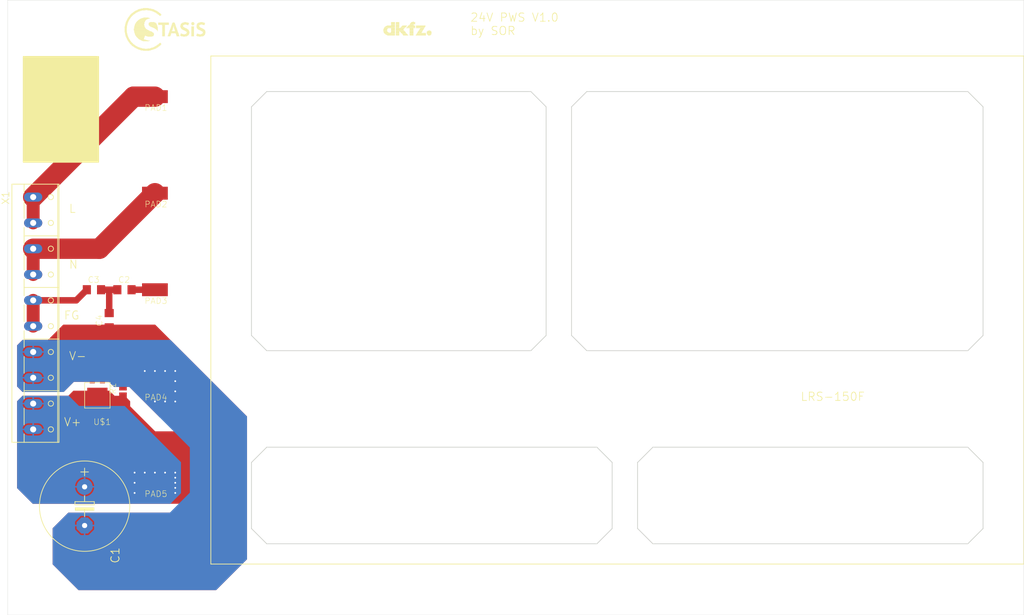
<source format=kicad_pcb>
(kicad_pcb (version 20240108) (generator "pcbnew") (generator_version "8.0")
  (layers (0 "F.Cu" signal) (31 "B.Cu" signal) (34 "B.Paste" user) (35 "F.Paste" user) (36 "B.SilkS" user "B.Silkscreen") (37 "F.SilkS" user "F.Silkscreen") (38 "B.Mask" user) (39 "F.Mask" user) (44 "Edge.Cuts" user))
  (net 0 "")
  (net 1 "L")
  (net 2 "N")
  (net 3 "FG")
  (net 4 "-")
  (net 5 "+")
  (net 6 "N$1")
  (net 7 "N$2")
  (footprint "" (layer "F.Cu") (at 238.5011 50.5036)
    (property "Reference" "@HOLE4" (hide yes))
    (property "Value" "")
    (pad "" np_thru_hole circle (at 0 0) (size 3.3 3.3) (drill 3.3) (layers "*.Cu" "*.Mask"))
  )
  (footprint "24V_PWS:SMD2,54-5,08_412" (layer "F.Cu") (at 77.5011 82.5036 90)
    (property "Reference" "PAD2" (at -1.5 2.5 0) (layer "F.SilkS") (effects (font (size 1.176528 1.176528) (thickness 0.093472)) (justify right top)))
    (property "Value" "")
    (pad "1" smd rect (at 0 0 90) (size 2.54 5.08) (layers "F.Cu" "F.Paste" "F.Mask") (net 2 "N"))
  )
  (footprint "24V_PWS:SMD2,54-5,08_412" (layer "F.Cu") (at 77.5011 139.5036 90)
    (property "Reference" "PAD5" (at -1.5 2.5 0) (layer "F.SilkS") (effects (font (size 1.176528 1.176528) (thickness 0.093472)) (justify right top)))
    (property "Value" "")
    (pad "1" smd rect (at 0 0 90) (size 2.54 5.08) (layers "F.Cu" "F.Paste" "F.Mask") (net 5 "+"))
  )
  (footprint "" (layer "F.Cu") (at 178.5011 160.5036)
    (property "Reference" "@HOLE9" (hide yes))
    (property "Value" "")
    (pad "" np_thru_hole circle (at 0 0) (size 3.3 3.3) (drill 3.3) (layers "*.Cu" "*.Mask"))
  )
  (footprint "24V_PWS:C1206_334" (layer "F.Cu") (at 65.5011 101.5036)
    (property "Reference" "C3" (at -1.27 -1.27 0) (layer "F.SilkS") (effects (font (size 1.176528 1.176528) (thickness 0.093472)) (justify left bottom)))
    (property "Value" "short")
    (pad "1" smd rect (at -1.4 0) (size 1.6 1.8) (layers "F.Cu" "F.Paste" "F.Mask") (net 3 "FG"))
    (pad "2" smd rect (at 1.4 0) (size 1.6 1.8) (layers "F.Cu" "F.Paste" "F.Mask") (net 7 "N$2"))
  )
  (footprint "" (layer "F.Cu") (at 238.5011 160.5036)
    (property "Reference" "@HOLE3" (hide yes))
    (property "Value" "")
    (pad "" np_thru_hole circle (at 0 0) (size 3.3 3.3) (drill 3.3) (layers "*.Cu" "*.Mask"))
  )
  (footprint "24V_PWS:LOGO_STASIS" (layer "F.Cu") (at 80.5011 50.5036)
    (property "Reference" "U$2" (hide yes))
    (property "Value" "" (hide yes))
  )
  (footprint "24V_PWS:SMD2,54-5,08_412" (layer "F.Cu") (at 77.5011 120.5036 90)
    (property "Reference" "PAD4" (at -1.5 2.5 0) (layer "F.SilkS") (effects (font (size 1.176528 1.176528) (thickness 0.093472)) (justify right top)))
    (property "Value" "")
    (pad "1" smd rect (at 0 0 90) (size 2.54 5.08) (layers "F.Cu" "F.Paste" "F.Mask") (net 4 "-"))
  )
  (footprint "" (layer "F.Cu") (at 58.5011 160.5036)
    (property "Reference" "@HOLE2" (hide yes))
    (property "Value" "")
    (pad "" np_thru_hole circle (at 0 0) (size 3.3 3.3) (drill 3.3) (layers "*.Cu" "*.Mask"))
  )
  (footprint "" (layer "F.Cu") (at 93.0011 60.0036)
    (property "Reference" "@HOLE10" (hide yes))
    (property "Value" "")
    (pad "" np_thru_hole circle (at 0 0) (size 3.3 3.3) (drill 3.3) (layers "*.Cu" "*.Mask"))
  )
  (footprint "" (layer "F.Cu") (at 118.5011 50.5036)
    (property "Reference" "@HOLE7" (hide yes))
    (property "Value" "")
    (pad "" np_thru_hole circle (at 0 0) (size 3.3 3.3) (drill 3.3) (layers "*.Cu" "*.Mask"))
  )
  (footprint "" (layer "F.Cu") (at 118.5011 160.5036)
    (property "Reference" "@HOLE6" (hide yes))
    (property "Value" "")
    (pad "" np_thru_hole circle (at 0 0) (size 3.3 3.3) (drill 3.3) (layers "*.Cu" "*.Mask"))
  )
  (footprint "24V_PWS:SMD2,54-5,08_412" (layer "F.Cu") (at 77.5011 63.5036 90)
    (property "Reference" "PAD1" (at -1.5 2.5 0) (layer "F.SilkS") (effects (font (size 1.176528 1.176528) (thickness 0.093472)) (justify right top)))
    (property "Value" "")
    (pad "1" smd rect (at 0 0 90) (size 2.54 5.08) (layers "F.Cu" "F.Paste" "F.Mask") (net 1 "L"))
  )
  (footprint "24V_PWS:C1206_334" (layer "F.Cu") (at 68.5011 107.5036 90)
    (property "Reference" "C4" (at -1.27 -1.27 90) (layer "F.SilkS") (effects (font (size 1.176528 1.176528) (thickness 0.093472)) (justify left bottom)))
    (property "Value" "short")
    (pad "1" smd rect (at -1.4 0 90) (size 1.6 1.8) (layers "F.Cu" "F.Paste" "F.Mask") (net 4 "-"))
    (pad "2" smd rect (at 1.4 0 90) (size 1.6 1.8) (layers "F.Cu" "F.Paste" "F.Mask") (net 7 "N$2"))
  )
  (footprint "" (layer "F.Cu") (at 178.5011 50.5036)
    (property "Reference" "@HOLE8" (hide yes))
    (property "Value" "")
    (pad "" np_thru_hole circle (at 0 0) (size 3.3 3.3) (drill 3.3) (layers "*.Cu" "*.Mask"))
  )
  (footprint "" (layer "F.Cu") (at 190.5011 123.5036)
    (property "Reference" "@HOLE1" (hide yes))
    (property "Value" "")
    (pad "" np_thru_hole circle (at 0 0) (size 3.3 3.3) (drill 3.3) (layers "*.Cu" "*.Mask"))
  )
  (footprint "24V_PWS:C1206_334" (layer "F.Cu") (at 71.5011 101.5036)
    (property "Reference" "C2" (at -1.27 -1.27 0) (layer "F.SilkS") (effects (font (size 1.176528 1.176528) (thickness 0.093472)) (justify left bottom)))
    (property "Value" "short")
    (pad "1" smd rect (at -1.4 0) (size 1.6 1.8) (layers "F.Cu" "F.Paste" "F.Mask") (net 7 "N$2"))
    (pad "2" smd rect (at 1.4 0) (size 1.6 1.8) (layers "F.Cu" "F.Paste" "F.Mask") (net 6 "N$1"))
  )
  (footprint "24V_PWS:SMD2,54-5,08_412" (layer "F.Cu") (at 77.5011 101.5036 90)
    (property "Reference" "PAD3" (at -1.5 2.5 0) (layer "F.SilkS") (effects (font (size 1.176528 1.176528) (thickness 0.093472)) (justify right top)))
    (property "Value" "")
    (pad "1" smd rect (at 0 0 90) (size 2.54 5.08) (layers "F.Cu" "F.Paste" "F.Mask") (net 6 "N$1"))
  )
  (footprint "" (layer "F.Cu") (at 112.5011 123.5036)
    (property "Reference" "@HOLE0" (hide yes))
    (property "Value" "")
    (pad "" np_thru_hole circle (at 0 0) (size 3.3 3.3) (drill 3.3) (layers "*.Cu" "*.Mask"))
  )
  (footprint "24V_PWS:W237-10P_196" (layer "F.Cu") (at 54.1711 106.1336 -90)
    (property "Reference" "X1" (at -24.13 6.858 90) (layer "F.SilkS") (effects (font (size 1.38684 1.38684) (thickness 0.13716)) (justify right top)))
    (property "Value" "")
    (pad "1" thru_hole oval (at -22.86 0.635) (size 3.5814 1.7907) (drill 1.1938) (layers "*.Cu" "*.Mask") (net 1 "L"))
    (pad "2" thru_hole oval (at -17.78 0.635) (size 3.5814 1.7907) (drill 1.1938) (layers "*.Cu" "*.Mask") (net 1 "L"))
    (pad "3" thru_hole oval (at -12.7 0.635) (size 3.5814 1.7907) (drill 1.1938) (layers "*.Cu" "*.Mask") (net 2 "N"))
    (pad "4" thru_hole oval (at -7.62 0.635) (size 3.5814 1.7907) (drill 1.1938) (layers "*.Cu" "*.Mask") (net 2 "N"))
    (pad "5" thru_hole oval (at -2.54 0.635) (size 3.5814 1.7907) (drill 1.1938) (layers "*.Cu" "*.Mask") (net 3 "FG"))
    (pad "6" thru_hole oval (at 2.54 0.635) (size 3.5814 1.7907) (drill 1.1938) (layers "*.Cu" "*.Mask") (net 3 "FG"))
    (pad "7" thru_hole oval (at 7.62 0.635) (size 3.5814 1.7907) (drill 1.1938) (layers "*.Cu" "*.Mask") (net 4 "-"))
    (pad "8" thru_hole oval (at 12.7 0.635) (size 3.5814 1.7907) (drill 1.1938) (layers "*.Cu" "*.Mask") (net 4 "-"))
    (pad "9" thru_hole oval (at 17.78 0.635) (size 3.5814 1.7907) (drill 1.1938) (layers "*.Cu" "*.Mask") (net 5 "+"))
    (pad "10" thru_hole oval (at 22.86 0.635) (size 3.5814 1.7907) (drill 1.1938) (layers "*.Cu" "*.Mask") (net 5 "+"))
  )
  (footprint "" (layer "F.Cu") (at 58.5011 50.5036)
    (property "Reference" "@HOLE5" (hide yes))
    (property "Value" "")
    (pad "" np_thru_hole circle (at 0 0) (size 3.3 3.3) (drill 3.3) (layers "*.Cu" "*.Mask"))
  )
  (footprint "24V_PWS:R2012_334" (layer "F.Cu") (at 71.2111 121.5236 90)
    (property "Reference" "R1" (at -0.635 -1.27 90) (layer "F.SilkS") (effects (font (size 1.176528 1.176528) (thickness 0.093472)) (justify left bottom)))
    (property "Value" "10k")
    (pad "1" smd rect (at -0.85 0 90) (size 1.3 1.5) (layers "F.Cu" "F.Paste" "F.Mask") (net 5 "+"))
    (pad "2" smd rect (at 0.85 0 90) (size 1.3 1.5) (layers "F.Cu" "F.Paste" "F.Mask") (net 4 "-"))
  )
  (footprint "24V_PWS:TO-277B" (layer "F.Cu") (at 66.1711 120.7936 180)
    (property "Reference" "U$1" (at 0.84 -7.42 0) (layer "F.SilkS") (effects (font (size 1.176528 1.176528) (thickness 0.093472)) (justify left bottom)))
    (property "Value" "DST2080S")
    (pad "P$1" smd rect (at 0 -2.5 180) (size 4 5) (layers "F.Cu" "F.Paste" "F.Mask") (net 5 "+"))
    (pad "P$2" smd rect (at -1 1.6 180) (size 1 1.5) (layers "F.Cu" "F.Paste" "F.Mask") (net 4 "-"))
    (pad "P$3" smd rect (at 1 1.6 180) (size 1 1.5) (layers "F.Cu" "F.Paste" "F.Mask") (net 4 "-"))
  )
  (footprint "24V_PWS:LOGO_DKFZ" (layer "F.Cu") (at 122.5011 51.5036)
    (property "Reference" "U$3" (hide yes))
    (property "Value" "" (hide yes))
  )
  (footprint "24V_PWS:E7,5-18_334" (layer "F.Cu") (at 63.6611 144.1036 -90)
    (property "Reference" "C1" (at 8.001 -5.08 90) (layer "F.SilkS") (effects (font (size 1.61798 1.61798) (thickness 0.16002)) (justify right top)))
    (property "Value" "4700µF")
    (pad "+" thru_hole circle (at -3.81 0 270) (size 3.1496 3.1496) (drill 1.016) (layers "*.Cu" "*.Mask") (net 5 "+"))
    (pad "-" thru_hole roundrect (at 3.81 0 270) (size 3.1496 3.1496) (drill 1.016) (layers "*.Cu" "*.Mask") (chamfer_ratio 0.2928932188) (chamfer top_left top_right bottom_left bottom_right) (net 4 "-"))
  )
  (gr_line (start 88.5011 155.5036) (end 88.5011 55.5036) (stroke (width 0.1524)) (layer "F.SilkS"))
  (gr_line (start 248.5011 155.5036) (end 88.5011 155.5036) (stroke (width 0.1524)) (layer "F.SilkS"))
  (gr_line (start 88.5011 55.5036) (end 248.5011 55.5036) (stroke (width 0.1524)) (layer "F.SilkS"))
  (gr_line (start 248.5011 55.5036) (end 248.5011 155.5036) (stroke (width 0.1524)) (layer "F.SilkS"))
  (gr_line (start 175.5011 132.5036) (end 237.5011 132.5036) (stroke (width 0.1524)) (layer "Edge.Cuts"))
  (gr_line (start 96.5011 110.5036) (end 99.5011 113.5036) (stroke (width 0.1524)) (layer "Edge.Cuts"))
  (gr_line (start 167.5011 135.5036) (end 164.5011 132.5036) (stroke (width 0.1524)) (layer "Edge.Cuts"))
  (gr_line (start 48.5011 44.5036) (end 48.5011 165.5036) (stroke (width 0.05)) (layer "Edge.Cuts"))
  (gr_line (start 248.5011 165.5036) (end 248.5011 44.5036) (stroke (width 0.05)) (layer "Edge.Cuts"))
  (gr_line (start 240.5011 65.5036) (end 240.5011 110.5036) (stroke (width 0.1524)) (layer "Edge.Cuts"))
  (gr_line (start 172.5011 135.5036) (end 175.5011 132.5036) (stroke (width 0.1524)) (layer "Edge.Cuts"))
  (gr_line (start 240.5011 148.5036) (end 237.5011 151.5036) (stroke (width 0.1524)) (layer "Edge.Cuts"))
  (gr_line (start 164.5011 151.5036) (end 167.5011 148.5036) (stroke (width 0.1524)) (layer "Edge.Cuts"))
  (gr_line (start 240.5011 110.5036) (end 237.5011 113.5036) (stroke (width 0.1524)) (layer "Edge.Cuts"))
  (gr_line (start 151.5011 113.5036) (end 154.5011 110.5036) (stroke (width 0.1524)) (layer "Edge.Cuts"))
  (gr_line (start 99.5011 132.5036) (end 96.5011 135.5036) (stroke (width 0.1524)) (layer "Edge.Cuts"))
  (gr_line (start 96.5011 148.5036) (end 99.5011 151.5036) (stroke (width 0.1524)) (layer "Edge.Cuts"))
  (gr_line (start 237.5011 113.5036) (end 162.5011 113.5036) (stroke (width 0.1524)) (layer "Edge.Cuts"))
  (gr_line (start 237.5011 151.5036) (end 175.5011 151.5036) (stroke (width 0.1524)) (layer "Edge.Cuts"))
  (gr_line (start 237.5011 62.5036) (end 240.5011 65.5036) (stroke (width 0.1524)) (layer "Edge.Cuts"))
  (gr_line (start 151.5011 62.5036) (end 99.5011 62.5036) (stroke (width 0.1524)) (layer "Edge.Cuts"))
  (gr_line (start 172.5011 148.5036) (end 172.5011 135.5036) (stroke (width 0.1524)) (layer "Edge.Cuts"))
  (gr_line (start 167.5011 148.5036) (end 167.5011 135.5036) (stroke (width 0.1524)) (layer "Edge.Cuts"))
  (gr_line (start 154.5011 110.5036) (end 154.5011 65.5036) (stroke (width 0.1524)) (layer "Edge.Cuts"))
  (gr_line (start 154.5011 65.5036) (end 151.5011 62.5036) (stroke (width 0.1524)) (layer "Edge.Cuts"))
  (gr_line (start 162.5011 113.5036) (end 159.5011 110.5036) (stroke (width 0.1524)) (layer "Edge.Cuts"))
  (gr_line (start 162.5011 62.5036) (end 237.5011 62.5036) (stroke (width 0.1524)) (layer "Edge.Cuts"))
  (gr_line (start 175.5011 151.5036) (end 172.5011 148.5036) (stroke (width 0.1524)) (layer "Edge.Cuts"))
  (gr_line (start 248.5011 44.5036) (end 48.5011 44.5036) (stroke (width 0.05)) (layer "Edge.Cuts"))
  (gr_line (start 96.5011 135.5036) (end 96.5011 148.5036) (stroke (width 0.1524)) (layer "Edge.Cuts"))
  (gr_line (start 99.5011 151.5036) (end 164.5011 151.5036) (stroke (width 0.1524)) (layer "Edge.Cuts"))
  (gr_line (start 237.5011 132.5036) (end 240.5011 135.5036) (stroke (width 0.1524)) (layer "Edge.Cuts"))
  (gr_line (start 99.5011 62.5036) (end 96.5011 65.5036) (stroke (width 0.1524)) (layer "Edge.Cuts"))
  (gr_line (start 159.5011 110.5036) (end 159.5011 65.5036) (stroke (width 0.1524)) (layer "Edge.Cuts"))
  (gr_line (start 240.5011 135.5036) (end 240.5011 148.5036) (stroke (width 0.1524)) (layer "Edge.Cuts"))
  (gr_line (start 164.5011 132.5036) (end 99.5011 132.5036) (stroke (width 0.1524)) (layer "Edge.Cuts"))
  (gr_line (start 99.5011 113.5036) (end 151.5011 113.5036) (stroke (width 0.1524)) (layer "Edge.Cuts"))
  (gr_line (start 96.5011 65.5036) (end 96.5011 110.5036) (stroke (width 0.1524)) (layer "Edge.Cuts"))
  (gr_line (start 48.5011 165.5036) (end 248.5011 165.5036) (stroke (width 0.05)) (layer "Edge.Cuts"))
  (gr_line (start 159.5011 65.5036) (end 162.5011 62.5036) (stroke (width 0.1524)) (layer "Edge.Cuts"))
  (gr_text "V+" (at 59.5011 128.5036 0) (layer "F.SilkS") (effects (font (size 1.63576 1.63576) (thickness 0.14224)) (justify left bottom)))
  (gr_text "V-" (at 60.5011 115.5036 0) (layer "F.SilkS") (effects (font (size 1.63576 1.63576) (thickness 0.14224)) (justify left bottom)))
  (gr_text "LRS-150F" (at 204.5011 123.5036 0) (layer "F.SilkS") (effects (font (size 1.63576 1.63576) (thickness 0.14224)) (justify left bottom)))
  (gr_text "N" (at 60.5011 97.5036 0) (layer "F.SilkS") (effects (font (size 1.63576 1.63576) (thickness 0.14224)) (justify left bottom)))
  (gr_text "FG" (at 59.5011 107.5036 0) (layer "F.SilkS") (effects (font (size 1.63576 1.63576) (thickness 0.14224)) (justify left bottom)))
  (gr_text "24V PWS V1.0\nby SOR" (at 139.5011 51.5036 0) (layer "F.SilkS") (effects (font (size 1.63576 1.63576) (thickness 0.14224)) (justify left bottom)))
  (gr_text "L" (at 60.5011 86.5036 0) (layer "F.SilkS") (effects (font (size 1.63576 1.63576) (thickness 0.14224)) (justify left bottom)))
  (segment (start 53.5361 83.2736) (end 53.5361 88.3536) (width 2.54) (layer "F.Cu") (net 1))
  (segment (start 77.5011 63.5036) (end 73.3061 63.5036) (width 4) (layer "F.Cu") (net 1))
  (segment (start 73.3061 63.5036) (end 53.5361 83.2736) (width 4) (layer "F.Cu") (net 1))
  (segment (start 77.5011 82.5036) (end 66.5711 93.4336) (width 4) (layer "F.Cu") (net 2))
  (segment (start 66.5711 93.4336) (end 53.5361 93.4336) (width 4) (layer "F.Cu") (net 2))
  (segment (start 53.5361 93.4336) (end 53.5361 98.5136) (width 2.54) (layer "F.Cu") (net 2))
  (segment (start 62.0111 103.5936) (end 53.5361 103.5936) (width 1.27) (layer "F.Cu") (net 3))
  (segment (start 64.1011 101.5036) (end 62.0111 103.5936) (width 1.27) (layer "F.Cu") (net 3))
  (segment (start 53.5361 103.5936) (end 53.5361 108.6736) (width 2.54) (layer "F.Cu") (net 3))
  (via (at 81.5011 121.5036) (size 0.7564) (drill 0.35) (layers "F.Cu" "B.Cu") (net 4))
  (via (at 79.5011 117.5036) (size 0.7564) (drill 0.35) (layers "F.Cu" "B.Cu") (net 4))
  (via (at 77.5011 123.5036) (size 0.7564) (drill 0.35) (layers "F.Cu" "B.Cu") (net 4))
  (via (at 81.5011 119.5036) (size 0.7564) (drill 0.35) (layers "F.Cu" "B.Cu") (net 4))
  (via (at 81.5011 117.5036) (size 0.7564) (drill 0.35) (layers "F.Cu" "B.Cu") (net 4))
  (via (at 79.5011 123.5036) (size 0.7564) (drill 0.35) (layers "F.Cu" "B.Cu") (net 4))
  (via (at 75.5011 117.5036) (size 0.7564) (drill 0.35) (layers "F.Cu" "B.Cu") (net 4))
  (via (at 81.5011 123.5036) (size 0.7564) (drill 0.35) (layers "F.Cu" "B.Cu") (net 4))
  (via (at 77.5011 117.5036) (size 0.7564) (drill 0.35) (layers "F.Cu" "B.Cu") (net 4))
  (via (at 81.5011 139.5036) (size 0.7564) (drill 0.35) (layers "F.Cu" "B.Cu") (net 5))
  (via (at 81.5011 141.5036) (size 0.7564) (drill 0.35) (layers "F.Cu" "B.Cu") (net 5))
  (via (at 81.5011 137.5036) (size 0.7564) (drill 0.35) (layers "F.Cu" "B.Cu") (net 5))
  (via (at 73.5011 141.5036) (size 0.7564) (drill 0.35) (layers "F.Cu" "B.Cu") (net 5))
  (via (at 79.5011 137.5036) (size 0.7564) (drill 0.35) (layers "F.Cu" "B.Cu") (net 5))
  (via (at 81.5011 140.5036) (size 0.7564) (drill 0.35) (layers "F.Cu" "B.Cu") (net 5))
  (via (at 77.5011 137.5036) (size 0.7564) (drill 0.35) (layers "F.Cu" "B.Cu") (net 5))
  (via (at 81.5011 138.5036) (size 0.7564) (drill 0.35) (layers "F.Cu" "B.Cu") (net 5))
  (via (at 73.5011 139.5036) (size 0.7564) (drill 0.35) (layers "F.Cu" "B.Cu") (net 5))
  (via (at 73.5011 137.5036) (size 0.7564) (drill 0.35) (layers "F.Cu" "B.Cu") (net 5))
  (via (at 75.5011 137.5036) (size 0.7564) (drill 0.35) (layers "F.Cu" "B.Cu") (net 5))
  (segment (start 77.5011 101.5036) (end 72.9011 101.5036) (width 1.27) (layer "F.Cu") (net 6))
  (segment (start 68.5011 101.5036) (end 66.9011 101.5036) (width 1.27) (layer "F.Cu") (net 7))
  (segment (start 70.1011 101.5036) (end 68.5011 101.5036) (width 1.27) (layer "F.Cu") (net 7))
  (segment (start 68.5011 101.5036) (end 68.5011 106.1036) (width 1.27) (layer "F.Cu") (net 7))
  (zone (net 4) (net_name "-") (layer "F.Cu") (priority 6) (connect_pads yes (clearance 0.000001)) (min_thickness 0.127) (fill yes (thermal_gap 0.5) (thermal_bridge_width 0.5))
    (polygon (pts (xy 95.6281 126.450995) (xy 95.6281 154.556205) (xy 89.553705 160.6306) (xy 62.448495 160.6306) (xy 57.3741 155.556205) (xy 57.3741 148.450995) (xy 60.448495 145.3766) (xy 85.448494 145.3766) (xy 89.3741 141.450994) (xy 89.3741 132.556206) (xy 83.448494 126.6306) (xy 78.448495 126.6306) (xy 72.448494 120.6306) (xy 69.448495 120.6306) (xy 68.448494 119.6306) (xy 61.553706 119.6306) (xy 59.553705 121.6306) (xy 51.448495 121.6306) (xy 50.3741 120.556205) (xy 50.3741 112.450995) (xy 51.448495 111.3766) (xy 56.448494 111.3766) (xy 59.448495 108.3766) (xy 77.553705 108.3766)))
  )
  (zone (net 5) (net_name "+") (layer "F.Cu") (priority 6) (connect_pads yes (clearance 0.000001)) (min_thickness 0.127) (fill yes (thermal_gap 0.5) (thermal_bridge_width 0.5))
    (polygon (pts (xy 69.553706 122.3766) (xy 71.553705 122.3766) (xy 72.6281 123.450995) (xy 72.6281 124.450994) (xy 77.553706 129.3766) (xy 82.553705 129.3766) (xy 86.6281 133.450995) (xy 86.6281 140.556205) (xy 83.553705 143.6306) (xy 53.448495 143.6306) (xy 50.3741 140.556205) (xy 50.3741 123.450995) (xy 51.448495 122.3766) (xy 60.448494 122.3766) (xy 61.448495 121.3766) (xy 68.553705 121.3766)))
  )
  (zone (net 4) (net_name "-") (layer "B.Cu") (priority 6) (connect_pads (clearance 0.000001)) (min_thickness 0.127) (fill yes (thermal_gap 0.304) (thermal_bridge_width 0.304))
    (polygon (pts (xy 81.590903 112.413797) (xy 83.6281 114.450995) (xy 83.6281 124.556205) (xy 82.590903 125.593403) (xy 81.553705 126.6306) (xy 78.448495 126.6306) (xy 76.411297 124.593403) (xy 72.448494 120.6306) (xy 69.448495 120.6306) (xy 68.448494 119.6306) (xy 61.553706 119.6306) (xy 59.553705 121.6306) (xy 51.448495 121.6306) (xy 50.3741 120.556205) (xy 50.3741 112.450995) (xy 51.448495 111.3766) (xy 80.553705 111.3766)))
  )
  (zone (net 4) (net_name "-") (layer "B.Cu") (priority 6) (connect_pads (clearance 0.000001)) (min_thickness 0.127) (fill yes (thermal_gap 0.304) (thermal_bridge_width 0.304))
    (polygon (pts (xy 95.6281 126.450995) (xy 95.6281 154.556205) (xy 89.553705 160.6306) (xy 62.448495 160.6306) (xy 57.3741 155.556205) (xy 57.3741 148.450995) (xy 60.448495 145.3766) (xy 80.448494 145.3766) (xy 84.3741 141.450994) (xy 84.3741 132.556206) (xy 78.3741 126.556205) (xy 78.3741 119.450995) (xy 83.5011 114.323995)))
  )
  (zone (net 5) (net_name "+") (layer "B.Cu") (priority 6) (connect_pads (clearance 0.000001)) (min_thickness 0.127) (fill yes (thermal_gap 0.304) (thermal_bridge_width 0.304))
    (polygon (pts (xy 62.553706 124.3766) (xy 71.553705 124.3766) (xy 82.6281 135.450995) (xy 82.6281 141.556205) (xy 80.553705 143.6306) (xy 53.448495 143.6306) (xy 50.3741 140.556205) (xy 50.3741 123.450995) (xy 51.448495 122.3766) (xy 60.553705 122.3766)))
  )
  (zone (net 0) (net_name "") (layer "F.SilkS") (connect_pads (clearance 0.5)) (min_thickness 0.25) (fill yes (thermal_gap 0.5) (thermal_bridge_width 0.5))
    (polygon (pts (xy 51.5011 76.5036) (xy 66.5011 76.5036) (xy 66.5011 55.5036) (xy 51.5011 55.5036)))
  )
)
</source>
